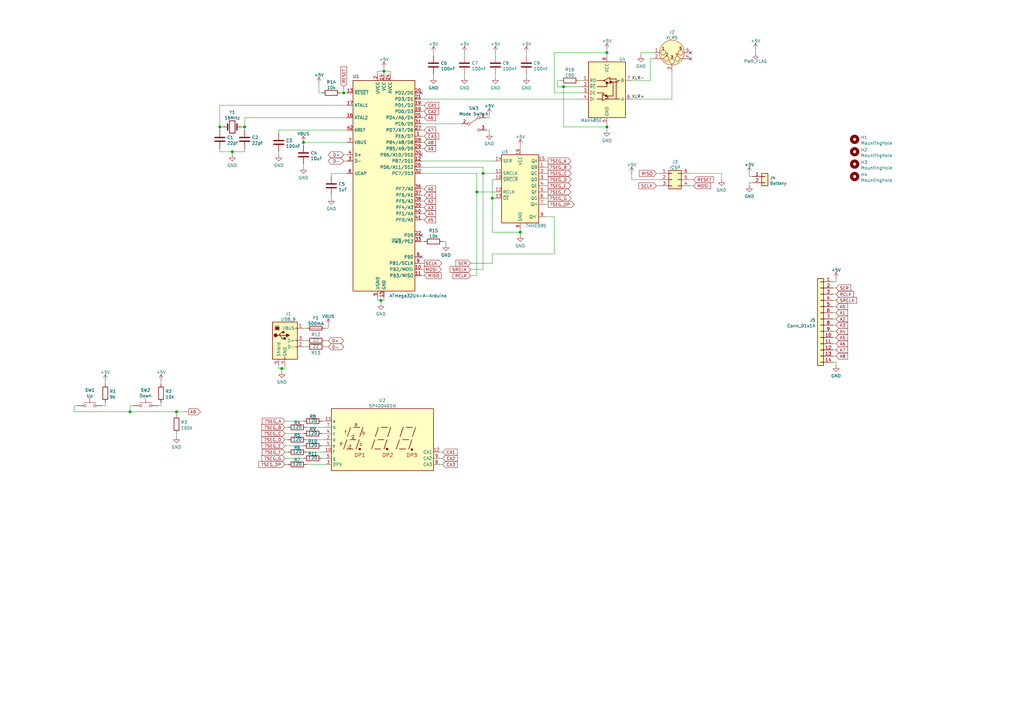
<source format=kicad_sch>
(kicad_sch (version 20210406) (generator eeschema)
  (paper "A3")
  (title_block (title "8 Channel DMX Controller Board 2") (rev "A") (comment 1 "Open source at GitHub: https://github.com/Gabriel-06/dmx-controller/") (comment 2 "Copyright 2021 Gabriel Csizmadia"))
  (lib_symbols
    (symbol "74xx:74HC595"
      (property "Reference" "U" (at -7.62 13.97 0))
      (property "Value" "74HC595" (at -7.62 -16.51 0))
      (symbol "74HC595_1_0"
        (pin tri_state line (at 10.16 7.62 180) (length 2.54) (name "QB") (number "1"))
        (pin input line (at -10.16 2.54 0) (length 2.54) (name "~SRCLR") (number "10"))
        (pin input line (at -10.16 5.08 0) (length 2.54) (name "SRCLK") (number "11"))
        (pin input line (at -10.16 -2.54 0) (length 2.54) (name "RCLK") (number "12"))
        (pin input line (at -10.16 -5.08 0) (length 2.54) (name "~OE") (number "13"))
        (pin input line (at -10.16 10.16 0) (length 2.54) (name "SER") (number "14"))
        (pin tri_state line (at 10.16 10.16 180) (length 2.54) (name "QA") (number "15"))
        (pin power_in line (at 0 15.24 270) (length 2.54) (name "VCC") (number "16"))
        (pin tri_state line (at 10.16 5.08 180) (length 2.54) (name "QC") (number "2"))
        (pin tri_state line (at 10.16 2.54 180) (length 2.54) (name "QD") (number "3"))
        (pin tri_state line (at 10.16 0 180) (length 2.54) (name "QE") (number "4"))
        (pin tri_state line (at 10.16 -2.54 180) (length 2.54) (name "QF") (number "5"))
        (pin tri_state line (at 10.16 -5.08 180) (length 2.54) (name "QG") (number "6"))
        (pin tri_state line (at 10.16 -7.62 180) (length 2.54) (name "QH") (number "7"))
        (pin power_in line (at 0 -17.78 90) (length 2.54) (name "GND") (number "8"))
        (pin output line (at 10.16 -12.7 180) (length 2.54) (name "QH'") (number "9"))
      )
    )
    (symbol "Connector:USB_B" (pin_names (offset 1.016))
      (property "Reference" "J" (at -5.08 11.43 0))
      (property "Value" "USB_B" (at -5.08 8.89 0))
      (symbol "USB_B_1_1"
        (pin power_out line (at 7.62 5.08 180) (length 2.54) (name "VBUS") (number "1"))
        (pin bidirectional line (at 7.62 -2.54 180) (length 2.54) (name "D-") (number "2"))
        (pin bidirectional line (at 7.62 0 180) (length 2.54) (name "D+") (number "3"))
        (pin power_out line (at 0 -10.16 90) (length 2.54) (name "GND") (number "4"))
        (pin passive line (at -2.54 -10.16 90) (length 2.54) (name "Shield") (number "5"))
      )
    )
    (symbol "Connector:XLR5" (pin_names hide)
      (property "Reference" "J" (at 0 8.89 0))
      (property "Value" "XLR5" (at 0 6.35 0))
      (symbol "XLR5_0_1"
        (text "1" (at -3.556 1.778 0) (effects (font (size 1.016 1.016) bold)))
        (text "2" (at -2.032 -0.762 0) (effects (font (size 1.016 1.016) bold)))
        (text "3" (at 0 -1.778 0) (effects (font (size 1.016 1.016) bold)))
        (text "4" (at 2.032 -0.762 0) (effects (font (size 1.016 1.016) bold)))
        (text "5" (at 3.556 1.778 0) (effects (font (size 1.016 1.016) bold)))
      )
      (symbol "XLR5_1_1"
        (pin passive line (at -7.62 0 0) (length 2.54) (name "P1") (number "1"))
        (pin passive line (at -7.62 -2.54 0) (length 2.54) (name "P2") (number "2"))
        (pin passive line (at 0 -7.62 90) (length 2.54) (name "P3") (number "3"))
        (pin passive line (at 7.62 -2.54 180) (length 2.54) (name "P3") (number "4"))
        (pin passive line (at 7.62 0 180) (length 2.54) (name "P5") (number "5"))
      )
    )
    (symbol "Connector_Generic:Conn_01x02" (pin_names (offset 1.016) hide)
      (property "Reference" "J" (at 0 2.54 0))
      (property "Value" "Conn_01x02" (at 0 -5.08 0))
      (symbol "Conn_01x02_1_1"
        (pin passive line (at -5.08 0 0) (length 3.81) (name "Pin_1") (number "1"))
        (pin passive line (at -5.08 -2.54 0) (length 3.81) (name "Pin_2") (number "2"))
      )
    )
    (symbol "Connector_Generic:Conn_01x14" (pin_names (offset 1.016) hide)
      (property "Reference" "J" (at 0 17.78 0))
      (property "Value" "Conn_01x14" (at 0 -20.32 0))
      (symbol "Conn_01x14_1_1"
        (pin passive line (at -5.08 15.24 0) (length 3.81) (name "Pin_1") (number "1"))
        (pin passive line (at -5.08 -7.62 0) (length 3.81) (name "Pin_10") (number "10"))
        (pin passive line (at -5.08 -10.16 0) (length 3.81) (name "Pin_11") (number "11"))
        (pin passive line (at -5.08 -12.7 0) (length 3.81) (name "Pin_12") (number "12"))
        (pin passive line (at -5.08 -15.24 0) (length 3.81) (name "Pin_13") (number "13"))
        (pin passive line (at -5.08 -17.78 0) (length 3.81) (name "Pin_14") (number "14"))
        (pin passive line (at -5.08 12.7 0) (length 3.81) (name "Pin_2") (number "2"))
        (pin passive line (at -5.08 10.16 0) (length 3.81) (name "Pin_3") (number "3"))
        (pin passive line (at -5.08 7.62 0) (length 3.81) (name "Pin_4") (number "4"))
        (pin passive line (at -5.08 5.08 0) (length 3.81) (name "Pin_5") (number "5"))
        (pin passive line (at -5.08 2.54 0) (length 3.81) (name "Pin_6") (number "6"))
        (pin passive line (at -5.08 0 0) (length 3.81) (name "Pin_7") (number "7"))
        (pin passive line (at -5.08 -2.54 0) (length 3.81) (name "Pin_8") (number "8"))
        (pin passive line (at -5.08 -5.08 0) (length 3.81) (name "Pin_9") (number "9"))
      )
    )
    (symbol "Connector_Generic:Conn_02x03_Counter_Clockwise" (pin_names (offset 1.016) hide)
      (property "Reference" "J" (at 1.27 5.08 0))
      (property "Value" "Conn_02x03_Counter_Clockwise" (at 1.27 -5.08 0))
      (symbol "Conn_02x03_Counter_Clockwise_1_1"
        (pin passive line (at -5.08 2.54 0) (length 3.81) (name "Pin_1") (number "1"))
        (pin passive line (at -5.08 0 0) (length 3.81) (name "Pin_2") (number "2"))
        (pin passive line (at -5.08 -2.54 0) (length 3.81) (name "Pin_3") (number "3"))
        (pin passive line (at 7.62 -2.54 180) (length 3.81) (name "Pin_4") (number "4"))
        (pin passive line (at 7.62 0 180) (length 3.81) (name "Pin_5") (number "5"))
        (pin passive line (at 7.62 2.54 180) (length 3.81) (name "Pin_6") (number "6"))
      )
    )
    (symbol "Device:C" (pin_numbers hide) (pin_names (offset 0.254))
      (property "Reference" "C" (at 0.635 2.54 0))
      (property "Value" "C" (at 0.635 -2.54 0))
      (symbol "C_1_1"
        (pin passive line (at 0 3.81 270) (length 2.794) (name "~") (number "1"))
        (pin passive line (at 0 -3.81 90) (length 2.794) (name "~") (number "2"))
      )
    )
    (symbol "Device:Crystal" (pin_numbers hide) (pin_names (offset 1.016) hide)
      (property "Reference" "Y" (at 0 3.81 0))
      (property "Value" "Crystal" (at 0 -3.81 0))
      (symbol "Crystal_1_1"
        (pin passive line (at -3.81 0 0) (length 1.27) (name "1") (number "1"))
        (pin passive line (at 3.81 0 180) (length 1.27) (name "2") (number "2"))
      )
    )
    (symbol "Device:Fuse" (pin_numbers hide) (pin_names (offset 0))
      (property "Reference" "F" (at 2.032 0 90))
      (property "Value" "Fuse" (at -1.905 0 90))
      (symbol "Fuse_1_1"
        (pin passive line (at 0 3.81 270) (length 1.27) (name "~") (number "1"))
        (pin passive line (at 0 -3.81 90) (length 1.27) (name "~") (number "2"))
      )
    )
    (symbol "Device:R" (pin_numbers hide) (pin_names (offset 0))
      (property "Reference" "R" (at 2.032 0 90))
      (property "Value" "R" (at 0 0 90))
      (symbol "R_1_1"
        (pin passive line (at 0 3.81 270) (length 1.27) (name "~") (number "1"))
        (pin passive line (at 0 -3.81 90) (length 1.27) (name "~") (number "2"))
      )
    )
    (symbol "Display_Character:SP420401N"
      (property "Reference" "U" (at -24.13 13.97 0))
      (property "Value" "SP420401N" (at 17.78 13.97 0))
      (symbol "SP420401N_0_0"
        (text "a" (at -15.24 6.35 0) (effects (font (size 1.524 1.524))))
        (text "b" (at -12.192 2.794 0) (effects (font (size 1.524 1.524))))
        (text "c" (at -13.208 -1.778 0) (effects (font (size 1.524 1.524))))
        (text "d" (at -17.78 -2.794 0) (effects (font (size 1.524 1.524))))
        (text "DP1" (at -13.716 -6.35 0) (effects (font (size 1.524 1.524))))
        (text "DP2" (at -2.286 -6.35 0) (effects (font (size 1.524 1.524))))
        (text "DP3" (at 7.62 -6.35 0) (effects (font (size 1.524 1.524))))
        (text "e" (at -21.336 -1.524 0) (effects (font (size 1.524 1.524))))
        (text "f" (at -19.558 3.048 0) (effects (font (size 1.524 1.524))))
        (text "g" (at -16.51 1.524 0) (effects (font (size 1.524 1.524))))
      )
      (symbol "SP420401N_1_1"
        (pin input line (at -27.94 -2.54 0) (length 2.54) (name "e") (number "1"))
        (pin input line (at -27.94 -5.08 0) (length 2.54) (name "f") (number "10"))
        (pin input line (at -27.94 7.62 0) (length 2.54) (name "a") (number "11"))
        (pin input line (at 19.05 -5.08 180) (length 2.54) (name "CA1") (number "12"))
        (pin input line (at -27.94 0 0) (length 2.54) (name "d") (number "2"))
        (pin input line (at -27.94 -10.16 0) (length 2.54) (name "DPX") (number "3"))
        (pin input line (at -27.94 2.54 0) (length 2.54) (name "c") (number "4"))
        (pin input line (at -27.94 -7.62 0) (length 2.54) (name "g") (number "5"))
        (pin input line (at -27.94 5.08 0) (length 2.54) (name "b") (number "7"))
        (pin input line (at 19.05 -10.16 180) (length 2.54) (name "CA3") (number "8"))
        (pin input line (at 19.05 -7.62 180) (length 2.54) (name "CA2") (number "9"))
      )
    )
    (symbol "Interface_UART:MAX485E"
      (property "Reference" "U" (at -6.096 11.43 0))
      (property "Value" "MAX485E" (at 0.762 11.43 0))
      (symbol "MAX485E_1_1"
        (pin output line (at -10.16 2.54 0) (length 2.54) (name "RO") (number "1"))
        (pin input line (at -10.16 0 0) (length 2.54) (name "~RE") (number "2"))
        (pin input line (at -10.16 -2.54 0) (length 2.54) (name "DE") (number "3"))
        (pin input line (at -10.16 -5.08 0) (length 2.54) (name "DI") (number "4"))
        (pin power_in line (at 0 -15.24 90) (length 2.54) (name "GND") (number "5"))
        (pin bidirectional line (at 10.16 -5.08 180) (length 2.54) (name "A") (number "6"))
        (pin bidirectional line (at 10.16 2.54 180) (length 2.54) (name "B") (number "7"))
        (pin power_in line (at 0 12.7 270) (length 2.54) (name "VCC") (number "8"))
      )
    )
    (symbol "MCU_Microchip_ATmega:ATmega32U4-A-Arduino"
      (property "Reference" "U" (at -12.7 44.45 0))
      (property "Value" "ATmega32U4-A-Arduino" (at 2.54 -44.45 0))
      (symbol "ATmega32U4-A-Arduino_1_1"
        (pin bidirectional line (at 15.24 20.32 180) (length 2.54) (name "PE6/D7") (number "1"))
        (pin bidirectional line (at 15.24 -34.29 180) (length 2.54) (name "PB2/MOSI") (number "10"))
        (pin bidirectional line (at 15.24 -36.83 180) (length 2.54) (name "PB3/MISO") (number "11"))
        (pin bidirectional line (at 15.24 10.16 180) (length 2.54) (name "PB7/D11") (number "12"))
        (pin input line (at -15.24 38.1 0) (length 2.54) (name "~RESET") (number "13"))
        (pin power_in line (at 0 45.72 270) (length 2.54) (name "VCC") (number "14"))
        (pin power_in line (at 0 -45.72 90) (length 2.54) (name "GND") (number "15"))
        (pin output line (at -15.24 27.94 0) (length 2.54) (name "XTAL2") (number "16"))
        (pin input line (at -15.24 33.02 0) (length 2.54) (name "XTAL1") (number "17"))
        (pin bidirectional line (at 15.24 30.48 180) (length 2.54) (name "PD0/D3") (number "18"))
        (pin bidirectional line (at 15.24 33.02 180) (length 2.54) (name "PD1/D2") (number "19"))
        (pin power_in line (at -2.54 45.72 270) (length 2.54) (name "UVCC") (number "2"))
        (pin bidirectional line (at 15.24 38.1 180) (length 2.54) (name "PD2/D0") (number "20"))
        (pin bidirectional line (at 15.24 35.56 180) (length 2.54) (name "PD3/D1") (number "21"))
        (pin bidirectional line (at 15.24 -20.32 180) (length 2.54) (name "PD5") (number "22"))
        (pin passive line (at 0 -45.72 90) (length 2.54) hide (name "GND") (number "23"))
        (pin power_in line (at 2.54 45.72 270) (length 2.54) (name "AVCC") (number "24"))
        (pin bidirectional line (at 15.24 27.94 180) (length 2.54) (name "PD4/A6/D4") (number "25"))
        (pin bidirectional line (at 15.24 7.62 180) (length 2.54) (name "PD6/A11/D12") (number "26"))
        (pin bidirectional line (at 15.24 22.86 180) (length 2.54) (name "PD7/A7/D6") (number "27"))
        (pin bidirectional line (at 15.24 17.78 180) (length 2.54) (name "PB4/A8/D8") (number "28"))
        (pin bidirectional line (at 15.24 15.24 180) (length 2.54) (name "PB5/A9/D9") (number "29"))
        (pin bidirectional line (at -15.24 10.16 0) (length 2.54) (name "D-") (number "3"))
        (pin bidirectional line (at 15.24 12.7 180) (length 2.54) (name "PB6/A10/D10") (number "30"))
        (pin bidirectional line (at 15.24 25.4 180) (length 2.54) (name "PC6/D5") (number "31"))
        (pin bidirectional line (at 15.24 5.08 180) (length 2.54) (name "PC7/D13") (number "32"))
        (pin bidirectional line (at 15.24 -22.86 180) (length 2.54) (name "~HWB~/PE2") (number "33"))
        (pin passive line (at 0 45.72 270) (length 2.54) hide (name "VCC") (number "34"))
        (pin passive line (at 0 -45.72 90) (length 2.54) hide (name "GND") (number "35"))
        (pin bidirectional line (at 15.24 -1.27 180) (length 2.54) (name "PF7/A0") (number "36"))
        (pin bidirectional line (at 15.24 -3.81 180) (length 2.54) (name "PF6/A1") (number "37"))
        (pin bidirectional line (at 15.24 -6.35 180) (length 2.54) (name "PF5/A2") (number "38"))
        (pin bidirectional line (at 15.24 -8.89 180) (length 2.54) (name "PF4/A3") (number "39"))
        (pin bidirectional line (at -15.24 12.7 0) (length 2.54) (name "D+") (number "4"))
        (pin bidirectional line (at 15.24 -11.43 180) (length 2.54) (name "PF1/A4") (number "40"))
        (pin bidirectional line (at 15.24 -13.97 180) (length 2.54) (name "PF0/A5") (number "41"))
        (pin passive line (at -15.24 22.86 0) (length 2.54) (name "AREF") (number "42"))
        (pin passive line (at 0 -45.72 90) (length 2.54) hide (name "GND") (number "43"))
        (pin passive line (at 2.54 45.72 270) (length 2.54) hide (name "AVCC") (number "44"))
        (pin passive line (at -2.54 -45.72 90) (length 2.54) (name "UGND") (number "5"))
        (pin passive line (at -15.24 5.08 0) (length 2.54) (name "UCAP") (number "6"))
        (pin input line (at -15.24 17.78 0) (length 2.54) (name "VBUS") (number "7"))
        (pin bidirectional line (at 15.24 -29.21 180) (length 2.54) (name "PB0") (number "8"))
        (pin bidirectional line (at 15.24 -31.75 180) (length 2.54) (name "PB1/SCLK") (number "9"))
      )
    )
    (symbol "Mechanical:MountingHole" (pin_names (offset 1.016))
      (property "Reference" "H" (at 0 5.08 0))
      (property "Value" "MountingHole" (at 0 3.175 0))
    )
    (symbol "Switch:SW_Push" (pin_numbers hide) (pin_names (offset 1.016) hide)
      (property "Reference" "SW" (at 1.27 2.54 0))
      (property "Value" "SW_Push" (at 0 -1.524 0))
      (symbol "SW_Push_0_1"
        (pin passive line (at -5.08 0 0) (length 2.54) (name "1") (number "1"))
        (pin passive line (at 5.08 0 180) (length 2.54) (name "2") (number "2"))
      )
    )
    (symbol "Switch:SW_SPDT" (pin_names (offset 0) hide)
      (property "Reference" "SW" (at 0 4.318 0))
      (property "Value" "SW_SPDT" (at 0 -5.08 0))
      (symbol "SW_SPDT_1_1"
        (pin passive line (at 5.08 2.54 180) (length 2.54) (name "A") (number "1"))
        (pin passive line (at -5.08 0 0) (length 2.54) (name "B") (number "2"))
        (pin passive line (at 5.08 -2.54 180) (length 2.54) (name "C") (number "3"))
      )
    )
    (symbol "power:+5V" (power) (pin_names (offset 0))
      (property "Value" "+5V" (at 0 3.556 0))
      (symbol "+5V_1_1"
        (pin power_in line (at 0 0 90) (length 0) hide (name "+5V") (number "1"))
      )
    )
    (symbol "power:GND" (power) (pin_names (offset 0))
      (property "Value" "GND" (at 0 -3.81 0))
      (symbol "GND_1_1"
        (pin power_in line (at 0 0 270) (length 0) hide (name "GND") (number "1"))
      )
    )
    (symbol "power:PWR_FLAG" (power) (pin_numbers hide) (pin_names (offset 0) hide)
      (property "Value" "PWR_FLAG" (at 0 3.81 0))
      (symbol "PWR_FLAG_0_0"
        (pin power_out line (at 0 0 90) (length 0) (name "pwr") (number "1"))
      )
    )
    (symbol "power:VBUS" (power) (pin_names (offset 0))
      (property "Value" "VBUS" (at 0 3.81 0))
      (symbol "VBUS_1_1"
        (pin power_in line (at 0 0 90) (length 0) hide (name "VBUS") (number "1"))
      )
    )
  )
  (junction (at 53.34 168.91) (diameter 1.016))
  (junction (at 72.39 168.91) (diameter 1.016))
  (junction (at 90.17 52.07) (diameter 1.016))
  (junction (at 95.25 62.23) (diameter 1.016))
  (junction (at 100.33 52.07) (diameter 1.016))
  (junction (at 115.57 151.13) (diameter 1.016))
  (junction (at 124.46 58.42) (diameter 1.016))
  (junction (at 140.97 38.1) (diameter 1.016))
  (junction (at 156.21 123.19) (diameter 1.016))
  (junction (at 157.48 29.21) (diameter 1.016))
  (junction (at 195.58 78.74) (diameter 1.016))
  (junction (at 198.12 71.12) (diameter 1.016))
  (junction (at 201.93 81.28) (diameter 1.016))
  (junction (at 213.36 95.25) (diameter 1.016))
  (junction (at 231.14 35.56) (diameter 1.016))
  (junction (at 248.92 21.59) (diameter 1.016))
  (junction (at 248.92 52.07) (diameter 1.016))
  (no_connect (at 172.72 38.1))
  (no_connect (at 172.72 63.5))
  (no_connect (at 172.72 96.52))
  (no_connect (at 172.72 105.41))
  (no_connect (at 283.21 21.59))
  (no_connect (at 283.21 24.13))
  (wire (pts (xy 30.48 166.37) (xy 30.48 168.91)))
  (wire (pts (xy 30.48 166.37) (xy 31.75 166.37)))
  (wire (pts (xy 30.48 168.91) (xy 53.34 168.91)))
  (wire (pts (xy 43.18 156.21) (xy 43.18 157.48)))
  (wire (pts (xy 43.18 165.1) (xy 43.18 166.37)))
  (wire (pts (xy 43.18 166.37) (xy 41.91 166.37)))
  (wire (pts (xy 53.34 166.37) (xy 53.34 168.91)))
  (wire (pts (xy 53.34 166.37) (xy 54.61 166.37)))
  (wire (pts (xy 53.34 168.91) (xy 72.39 168.91)))
  (wire (pts (xy 64.77 166.37) (xy 66.04 166.37)))
  (wire (pts (xy 66.04 156.21) (xy 66.04 157.48)))
  (wire (pts (xy 66.04 166.37) (xy 66.04 165.1)))
  (wire (pts (xy 72.39 168.91) (xy 72.39 170.18)))
  (wire (pts (xy 72.39 168.91) (xy 77.47 168.91)))
  (wire (pts (xy 72.39 177.8) (xy 72.39 179.07)))
  (wire (pts (xy 90.17 43.18) (xy 90.17 52.07)))
  (wire (pts (xy 90.17 43.18) (xy 142.24 43.18)))
  (wire (pts (xy 90.17 52.07) (xy 90.17 53.34)))
  (wire (pts (xy 90.17 60.96) (xy 90.17 62.23)))
  (wire (pts (xy 91.44 52.07) (xy 90.17 52.07)))
  (wire (pts (xy 95.25 62.23) (xy 90.17 62.23)))
  (wire (pts (xy 95.25 62.23) (xy 95.25 63.5)))
  (wire (pts (xy 99.06 52.07) (xy 100.33 52.07)))
  (wire (pts (xy 100.33 48.26) (xy 100.33 52.07)))
  (wire (pts (xy 100.33 48.26) (xy 142.24 48.26)))
  (wire (pts (xy 100.33 53.34) (xy 100.33 52.07)))
  (wire (pts (xy 100.33 60.96) (xy 100.33 62.23)))
  (wire (pts (xy 100.33 62.23) (xy 95.25 62.23)))
  (wire (pts (xy 114.3 53.34) (xy 142.24 53.34)))
  (wire (pts (xy 114.3 54.61) (xy 114.3 53.34)))
  (wire (pts (xy 114.3 62.23) (xy 114.3 63.5)))
  (wire (pts (xy 114.3 149.86) (xy 114.3 151.13)))
  (wire (pts (xy 115.57 151.13) (xy 114.3 151.13)))
  (wire (pts (xy 115.57 151.13) (xy 115.57 152.4)))
  (wire (pts (xy 116.84 149.86) (xy 116.84 151.13)))
  (wire (pts (xy 116.84 151.13) (xy 115.57 151.13)))
  (wire (pts (xy 116.84 172.72) (xy 124.46 172.72)))
  (wire (pts (xy 116.84 175.26) (xy 118.11 175.26)))
  (wire (pts (xy 116.84 177.8) (xy 124.46 177.8)))
  (wire (pts (xy 116.84 180.34) (xy 118.11 180.34)))
  (wire (pts (xy 116.84 182.88) (xy 124.46 182.88)))
  (wire (pts (xy 116.84 185.42) (xy 118.11 185.42)))
  (wire (pts (xy 116.84 187.96) (xy 124.46 187.96)))
  (wire (pts (xy 116.84 190.5) (xy 118.11 190.5)))
  (wire (pts (xy 124.46 58.42) (xy 124.46 59.69)))
  (wire (pts (xy 124.46 67.31) (xy 124.46 68.58)))
  (wire (pts (xy 124.46 134.62) (xy 125.73 134.62)))
  (wire (pts (xy 124.46 139.7) (xy 125.73 139.7)))
  (wire (pts (xy 124.46 142.24) (xy 125.73 142.24)))
  (wire (pts (xy 125.73 175.26) (xy 133.35 175.26)))
  (wire (pts (xy 125.73 180.34) (xy 133.35 180.34)))
  (wire (pts (xy 125.73 185.42) (xy 133.35 185.42)))
  (wire (pts (xy 125.73 190.5) (xy 133.35 190.5)))
  (wire (pts (xy 130.81 38.1) (xy 130.81 34.29)))
  (wire (pts (xy 132.08 38.1) (xy 130.81 38.1)))
  (wire (pts (xy 132.08 172.72) (xy 133.35 172.72)))
  (wire (pts (xy 132.08 177.8) (xy 133.35 177.8)))
  (wire (pts (xy 132.08 182.88) (xy 133.35 182.88)))
  (wire (pts (xy 132.08 187.96) (xy 133.35 187.96)))
  (wire (pts (xy 133.35 134.62) (xy 134.62 134.62)))
  (wire (pts (xy 133.35 139.7) (xy 134.62 139.7)))
  (wire (pts (xy 133.35 142.24) (xy 134.62 142.24)))
  (wire (pts (xy 134.62 133.35) (xy 134.62 134.62)))
  (wire (pts (xy 135.89 71.12) (xy 142.24 71.12)))
  (wire (pts (xy 135.89 72.39) (xy 135.89 71.12)))
  (wire (pts (xy 135.89 80.01) (xy 135.89 81.28)))
  (wire (pts (xy 139.7 38.1) (xy 140.97 38.1)))
  (wire (pts (xy 140.97 35.56) (xy 140.97 38.1)))
  (wire (pts (xy 140.97 38.1) (xy 142.24 38.1)))
  (wire (pts (xy 140.97 63.5) (xy 142.24 63.5)))
  (wire (pts (xy 140.97 66.04) (xy 142.24 66.04)))
  (wire (pts (xy 142.24 58.42) (xy 124.46 58.42)))
  (wire (pts (xy 154.94 29.21) (xy 157.48 29.21)))
  (wire (pts (xy 154.94 30.48) (xy 154.94 29.21)))
  (wire (pts (xy 154.94 121.92) (xy 154.94 123.19)))
  (wire (pts (xy 154.94 123.19) (xy 156.21 123.19)))
  (wire (pts (xy 156.21 123.19) (xy 156.21 124.46)))
  (wire (pts (xy 156.21 123.19) (xy 157.48 123.19)))
  (wire (pts (xy 157.48 27.94) (xy 157.48 29.21)))
  (wire (pts (xy 157.48 29.21) (xy 157.48 30.48)))
  (wire (pts (xy 157.48 121.92) (xy 157.48 123.19)))
  (wire (pts (xy 160.02 29.21) (xy 157.48 29.21)))
  (wire (pts (xy 160.02 30.48) (xy 160.02 29.21)))
  (wire (pts (xy 172.72 40.64) (xy 238.76 40.64)))
  (wire (pts (xy 172.72 43.18) (xy 173.99 43.18)))
  (wire (pts (xy 172.72 45.72) (xy 173.99 45.72)))
  (wire (pts (xy 172.72 48.26) (xy 173.99 48.26)))
  (wire (pts (xy 172.72 50.8) (xy 189.23 50.8)))
  (wire (pts (xy 172.72 53.34) (xy 173.99 53.34)))
  (wire (pts (xy 172.72 55.88) (xy 173.99 55.88)))
  (wire (pts (xy 172.72 58.42) (xy 173.99 58.42)))
  (wire (pts (xy 172.72 60.96) (xy 173.99 60.96)))
  (wire (pts (xy 172.72 66.04) (xy 203.2 66.04)))
  (wire (pts (xy 172.72 68.58) (xy 198.12 68.58)))
  (wire (pts (xy 172.72 71.12) (xy 195.58 71.12)))
  (wire (pts (xy 172.72 77.47) (xy 173.99 77.47)))
  (wire (pts (xy 172.72 80.01) (xy 173.99 80.01)))
  (wire (pts (xy 172.72 82.55) (xy 173.99 82.55)))
  (wire (pts (xy 172.72 85.09) (xy 173.99 85.09)))
  (wire (pts (xy 172.72 87.63) (xy 173.99 87.63)))
  (wire (pts (xy 172.72 90.17) (xy 173.99 90.17)))
  (wire (pts (xy 172.72 99.06) (xy 173.99 99.06)))
  (wire (pts (xy 172.72 107.95) (xy 173.99 107.95)))
  (wire (pts (xy 172.72 110.49) (xy 173.99 110.49)))
  (wire (pts (xy 172.72 113.03) (xy 173.99 113.03)))
  (wire (pts (xy 177.8 21.59) (xy 177.8 22.86)))
  (wire (pts (xy 177.8 30.48) (xy 177.8 31.75)))
  (wire (pts (xy 180.34 185.42) (xy 181.61 185.42)))
  (wire (pts (xy 180.34 187.96) (xy 181.61 187.96)))
  (wire (pts (xy 180.34 190.5) (xy 181.61 190.5)))
  (wire (pts (xy 182.88 99.06) (xy 181.61 99.06)))
  (wire (pts (xy 182.88 100.33) (xy 182.88 99.06)))
  (wire (pts (xy 190.5 21.59) (xy 190.5 22.86)))
  (wire (pts (xy 190.5 30.48) (xy 190.5 31.75)))
  (wire (pts (xy 193.04 107.95) (xy 201.93 107.95)))
  (wire (pts (xy 193.04 110.49) (xy 198.12 110.49)))
  (wire (pts (xy 193.04 113.03) (xy 195.58 113.03)))
  (wire (pts (xy 195.58 71.12) (xy 195.58 78.74)))
  (wire (pts (xy 195.58 78.74) (xy 203.2 78.74)))
  (wire (pts (xy 195.58 113.03) (xy 195.58 78.74)))
  (wire (pts (xy 198.12 68.58) (xy 198.12 71.12)))
  (wire (pts (xy 198.12 71.12) (xy 203.2 71.12)))
  (wire (pts (xy 198.12 110.49) (xy 198.12 71.12)))
  (wire (pts (xy 199.39 48.26) (xy 200.66 48.26)))
  (wire (pts (xy 199.39 53.34) (xy 200.66 53.34)))
  (wire (pts (xy 200.66 46.99) (xy 200.66 48.26)))
  (wire (pts (xy 200.66 53.34) (xy 200.66 54.61)))
  (wire (pts (xy 201.93 73.66) (xy 201.93 81.28)))
  (wire (pts (xy 201.93 81.28) (xy 201.93 95.25)))
  (wire (pts (xy 201.93 95.25) (xy 213.36 95.25)))
  (wire (pts (xy 201.93 104.14) (xy 201.93 107.95)))
  (wire (pts (xy 203.2 21.59) (xy 203.2 22.86)))
  (wire (pts (xy 203.2 30.48) (xy 203.2 31.75)))
  (wire (pts (xy 203.2 73.66) (xy 201.93 73.66)))
  (wire (pts (xy 203.2 81.28) (xy 201.93 81.28)))
  (wire (pts (xy 213.36 59.69) (xy 213.36 60.96)))
  (wire (pts (xy 213.36 93.98) (xy 213.36 95.25)))
  (wire (pts (xy 213.36 95.25) (xy 213.36 96.52)))
  (wire (pts (xy 215.9 21.59) (xy 215.9 22.86)))
  (wire (pts (xy 215.9 30.48) (xy 215.9 31.75)))
  (wire (pts (xy 223.52 66.04) (xy 224.79 66.04)))
  (wire (pts (xy 223.52 68.58) (xy 224.79 68.58)))
  (wire (pts (xy 223.52 71.12) (xy 224.79 71.12)))
  (wire (pts (xy 223.52 73.66) (xy 224.79 73.66)))
  (wire (pts (xy 223.52 76.2) (xy 224.79 76.2)))
  (wire (pts (xy 223.52 78.74) (xy 224.79 78.74)))
  (wire (pts (xy 223.52 81.28) (xy 224.79 81.28)))
  (wire (pts (xy 223.52 83.82) (xy 224.79 83.82)))
  (wire (pts (xy 223.52 88.9) (xy 227.33 88.9)))
  (wire (pts (xy 227.33 38.1) (xy 227.33 21.59)))
  (wire (pts (xy 227.33 88.9) (xy 227.33 104.14)))
  (wire (pts (xy 227.33 104.14) (xy 201.93 104.14)))
  (wire (pts (xy 228.6 33.02) (xy 228.6 35.56)))
  (wire (pts (xy 229.87 33.02) (xy 228.6 33.02)))
  (wire (pts (xy 231.14 35.56) (xy 228.6 35.56)))
  (wire (pts (xy 231.14 35.56) (xy 231.14 52.07)))
  (wire (pts (xy 231.14 52.07) (xy 248.92 52.07)))
  (wire (pts (xy 238.76 33.02) (xy 237.49 33.02)))
  (wire (pts (xy 238.76 35.56) (xy 231.14 35.56)))
  (wire (pts (xy 238.76 38.1) (xy 227.33 38.1)))
  (wire (pts (xy 248.92 20.32) (xy 248.92 21.59)))
  (wire (pts (xy 248.92 21.59) (xy 227.33 21.59)))
  (wire (pts (xy 248.92 21.59) (xy 248.92 22.86)))
  (wire (pts (xy 248.92 50.8) (xy 248.92 52.07)))
  (wire (pts (xy 248.92 52.07) (xy 248.92 53.34)))
  (wire (pts (xy 259.08 73.66) (xy 259.08 71.12)))
  (wire (pts (xy 259.08 73.66) (xy 270.51 73.66)))
  (wire (pts (xy 262.89 21.59) (xy 262.89 22.86)))
  (wire (pts (xy 266.7 24.13) (xy 266.7 33.02)))
  (wire (pts (xy 266.7 24.13) (xy 267.97 24.13)))
  (wire (pts (xy 266.7 33.02) (xy 259.08 33.02)))
  (wire (pts (xy 267.97 21.59) (xy 262.89 21.59)))
  (wire (pts (xy 269.24 71.12) (xy 270.51 71.12)))
  (wire (pts (xy 269.24 76.2) (xy 270.51 76.2)))
  (wire (pts (xy 275.59 29.21) (xy 275.59 40.64)))
  (wire (pts (xy 275.59 40.64) (xy 259.08 40.64)))
  (wire (pts (xy 283.21 71.12) (xy 295.91 71.12)))
  (wire (pts (xy 283.21 73.66) (xy 284.48 73.66)))
  (wire (pts (xy 284.48 76.2) (xy 283.21 76.2)))
  (wire (pts (xy 295.91 73.66) (xy 295.91 71.12)))
  (wire (pts (xy 307.34 72.39) (xy 307.34 71.12)))
  (wire (pts (xy 307.34 74.93) (xy 308.61 74.93)))
  (wire (pts (xy 307.34 76.2) (xy 307.34 74.93)))
  (wire (pts (xy 308.61 72.39) (xy 307.34 72.39)))
  (wire (pts (xy 309.88 20.32) (xy 309.88 21.59)))
  (wire (pts (xy 341.63 125.73) (xy 342.9 125.73)))
  (wire (pts (xy 341.63 128.27) (xy 342.9 128.27)))
  (wire (pts (xy 341.63 130.81) (xy 342.9 130.81)))
  (wire (pts (xy 341.63 133.35) (xy 342.9 133.35)))
  (wire (pts (xy 341.63 135.89) (xy 342.9 135.89)))
  (wire (pts (xy 341.63 138.43) (xy 342.9 138.43)))
  (wire (pts (xy 342.9 114.3) (xy 342.9 115.57)))
  (wire (pts (xy 342.9 115.57) (xy 341.63 115.57)))
  (wire (pts (xy 342.9 118.11) (xy 341.63 118.11)))
  (wire (pts (xy 342.9 120.65) (xy 341.63 120.65)))
  (wire (pts (xy 342.9 123.19) (xy 341.63 123.19)))
  (wire (pts (xy 342.9 140.97) (xy 341.63 140.97)))
  (wire (pts (xy 342.9 143.51) (xy 341.63 143.51)))
  (wire (pts (xy 342.9 146.05) (xy 341.63 146.05)))
  (wire (pts (xy 342.9 148.59) (xy 341.63 148.59)))
  (wire (pts (xy 342.9 149.86) (xy 342.9 148.59)))
  (label "XLR-" (at 259.08 33.02 0))
  (label "XLR+" (at 259.08 40.64 0))
  (global_label "A9" (shape output) (at 77.47 168.91 0) (property "Intersheet References" "${INTERSHEET_REFS}" (effects hide)))
  (global_label "7SEG_A" (shape input) (at 116.84 172.72 180) (property "Intersheet References" "${INTERSHEET_REFS}" (effects hide)))
  (global_label "7SEG_B" (shape input) (at 116.84 175.26 180) (property "Intersheet References" "${INTERSHEET_REFS}" (effects hide)))
  (global_label "7SEG_C" (shape input) (at 116.84 177.8 180) (property "Intersheet References" "${INTERSHEET_REFS}" (effects hide)))
  (global_label "7SEG_D" (shape input) (at 116.84 180.34 180) (property "Intersheet References" "${INTERSHEET_REFS}" (effects hide)))
  (global_label "7SEG_E" (shape input) (at 116.84 182.88 180) (property "Intersheet References" "${INTERSHEET_REFS}" (effects hide)))
  (global_label "7SEG_F" (shape input) (at 116.84 185.42 180) (property "Intersheet References" "${INTERSHEET_REFS}" (effects hide)))
  (global_label "7SEG_G" (shape input) (at 116.84 187.96 180) (property "Intersheet References" "${INTERSHEET_REFS}" (effects hide)))
  (global_label "7SEG_DP" (shape input) (at 116.84 190.5 180) (property "Intersheet References" "${INTERSHEET_REFS}" (effects hide)))
  (global_label "D+" (shape bidirectional) (at 134.62 139.7 0) (property "Intersheet References" "${INTERSHEET_REFS}" (effects hide)))
  (global_label "D-" (shape bidirectional) (at 134.62 142.24 0) (property "Intersheet References" "${INTERSHEET_REFS}" (effects hide)))
  (global_label "RESET" (shape input) (at 140.97 35.56 90) (property "Intersheet References" "${INTERSHEET_REFS}" (effects hide)))
  (global_label "D+" (shape bidirectional) (at 140.97 63.5 180) (property "Intersheet References" "${INTERSHEET_REFS}" (effects hide)))
  (global_label "D-" (shape bidirectional) (at 140.97 66.04 180) (property "Intersheet References" "${INTERSHEET_REFS}" (effects hide)))
  (global_label "CA1" (shape input) (at 173.99 43.18 0) (property "Intersheet References" "${INTERSHEET_REFS}" (effects hide)))
  (global_label "CA2" (shape input) (at 173.99 45.72 0) (property "Intersheet References" "${INTERSHEET_REFS}" (effects hide)))
  (global_label "A6" (shape input) (at 173.99 48.26 0) (property "Intersheet References" "${INTERSHEET_REFS}" (effects hide)))
  (global_label "A7" (shape input) (at 173.99 53.34 0) (property "Intersheet References" "${INTERSHEET_REFS}" (effects hide)))
  (global_label "CA3" (shape input) (at 173.99 55.88 0) (property "Intersheet References" "${INTERSHEET_REFS}" (effects hide)))
  (global_label "A8" (shape input) (at 173.99 58.42 0) (property "Intersheet References" "${INTERSHEET_REFS}" (effects hide)))
  (global_label "A9" (shape input) (at 173.99 60.96 0) (property "Intersheet References" "${INTERSHEET_REFS}" (effects hide)))
  (global_label "A0" (shape input) (at 173.99 77.47 0) (property "Intersheet References" "${INTERSHEET_REFS}" (effects hide)))
  (global_label "A1" (shape input) (at 173.99 80.01 0) (property "Intersheet References" "${INTERSHEET_REFS}" (effects hide)))
  (global_label "A2" (shape input) (at 173.99 82.55 0) (property "Intersheet References" "${INTERSHEET_REFS}" (effects hide)))
  (global_label "A3" (shape input) (at 173.99 85.09 0) (property "Intersheet References" "${INTERSHEET_REFS}" (effects hide)))
  (global_label "A4" (shape input) (at 173.99 87.63 0) (property "Intersheet References" "${INTERSHEET_REFS}" (effects hide)))
  (global_label "A5" (shape input) (at 173.99 90.17 0) (property "Intersheet References" "${INTERSHEET_REFS}" (effects hide)))
  (global_label "SCLK" (shape output) (at 173.99 107.95 0) (property "Intersheet References" "${INTERSHEET_REFS}" (effects hide)))
  (global_label "MOSI" (shape output) (at 173.99 110.49 0) (property "Intersheet References" "${INTERSHEET_REFS}" (effects hide)))
  (global_label "MISO" (shape input) (at 173.99 113.03 0) (property "Intersheet References" "${INTERSHEET_REFS}" (effects hide)))
  (global_label "CA1" (shape input) (at 181.61 185.42 0) (property "Intersheet References" "${INTERSHEET_REFS}" (effects hide)))
  (global_label "CA2" (shape input) (at 181.61 187.96 0) (property "Intersheet References" "${INTERSHEET_REFS}" (effects hide)))
  (global_label "CA3" (shape input) (at 181.61 190.5 0) (property "Intersheet References" "${INTERSHEET_REFS}" (effects hide)))
  (global_label "SER" (shape input) (at 193.04 107.95 180) (property "Intersheet References" "${INTERSHEET_REFS}" (effects hide)))
  (global_label "SRCLK" (shape input) (at 193.04 110.49 180) (property "Intersheet References" "${INTERSHEET_REFS}" (effects hide)))
  (global_label "RCLK" (shape input) (at 193.04 113.03 180) (property "Intersheet References" "${INTERSHEET_REFS}" (effects hide)))
  (global_label "7SEG_A" (shape output) (at 224.79 66.04 0) (property "Intersheet References" "${INTERSHEET_REFS}" (effects hide)))
  (global_label "7SEG_B" (shape output) (at 224.79 68.58 0) (property "Intersheet References" "${INTERSHEET_REFS}" (effects hide)))
  (global_label "7SEG_C" (shape output) (at 224.79 71.12 0) (property "Intersheet References" "${INTERSHEET_REFS}" (effects hide)))
  (global_label "7SEG_D" (shape output) (at 224.79 73.66 0) (property "Intersheet References" "${INTERSHEET_REFS}" (effects hide)))
  (global_label "7SEG_E" (shape output) (at 224.79 76.2 0) (property "Intersheet References" "${INTERSHEET_REFS}" (effects hide)))
  (global_label "7SEG_F" (shape output) (at 224.79 78.74 0) (property "Intersheet References" "${INTERSHEET_REFS}" (effects hide)))
  (global_label "7SEG_G" (shape output) (at 224.79 81.28 0) (property "Intersheet References" "${INTERSHEET_REFS}" (effects hide)))
  (global_label "7SEG_DP" (shape output) (at 224.79 83.82 0) (property "Intersheet References" "${INTERSHEET_REFS}" (effects hide)))
  (global_label "MISO" (shape input) (at 269.24 71.12 180) (property "Intersheet References" "${INTERSHEET_REFS}" (effects hide)))
  (global_label "SCLK" (shape input) (at 269.24 76.2 180) (property "Intersheet References" "${INTERSHEET_REFS}" (effects hide)))
  (global_label "RESET" (shape input) (at 284.48 73.66 0) (property "Intersheet References" "${INTERSHEET_REFS}" (effects hide)))
  (global_label "MOSI" (shape input) (at 284.48 76.2 0) (property "Intersheet References" "${INTERSHEET_REFS}" (effects hide)))
  (global_label "SER" (shape input) (at 342.9 118.11 0) (property "Intersheet References" "${INTERSHEET_REFS}" (effects hide)))
  (global_label "RCLK" (shape input) (at 342.9 120.65 0) (property "Intersheet References" "${INTERSHEET_REFS}" (effects hide)))
  (global_label "SRCLK" (shape input) (at 342.9 123.19 0) (property "Intersheet References" "${INTERSHEET_REFS}" (effects hide)))
  (global_label "A0" (shape input) (at 342.9 125.73 0) (property "Intersheet References" "${INTERSHEET_REFS}" (effects hide)))
  (global_label "A1" (shape input) (at 342.9 128.27 0) (property "Intersheet References" "${INTERSHEET_REFS}" (effects hide)))
  (global_label "A2" (shape input) (at 342.9 130.81 0) (property "Intersheet References" "${INTERSHEET_REFS}" (effects hide)))
  (global_label "A3" (shape input) (at 342.9 133.35 0) (property "Intersheet References" "${INTERSHEET_REFS}" (effects hide)))
  (global_label "A4" (shape input) (at 342.9 135.89 0) (property "Intersheet References" "${INTERSHEET_REFS}" (effects hide)))
  (global_label "A5" (shape input) (at 342.9 138.43 0) (property "Intersheet References" "${INTERSHEET_REFS}" (effects hide)))
  (global_label "A6" (shape input) (at 342.9 140.97 0) (property "Intersheet References" "${INTERSHEET_REFS}" (effects hide)))
  (global_label "A7" (shape input) (at 342.9 143.51 0) (property "Intersheet References" "${INTERSHEET_REFS}" (effects hide)))
  (global_label "A8" (shape input) (at 342.9 146.05 0) (property "Intersheet References" "${INTERSHEET_REFS}" (effects hide)))
  (symbol (lib_id "power:+5V") (at 43.18 156.21 0) (unit 1)
    (property "Reference" "#PWR01" (effects hide))
    (property "Value" "+5V" (at 43.18 152.6626 0))
  )
  (symbol (lib_id "power:+5V") (at 66.04 156.21 0) (unit 1)
    (property "Reference" "#PWR02" (effects hide))
    (property "Value" "+5V" (at 66.04 152.6626 0))
  )
  (symbol (lib_id "power:VBUS") (at 124.46 58.42 0) (unit 1)
    (property "Reference" "#PWR07" (effects hide))
    (property "Value" "VBUS" (at 124.46 54.8726 0))
  )
  (symbol (lib_id "power:+5V") (at 130.81 34.29 0) (unit 1)
    (property "Reference" "#PWR0101" (effects hide))
    (property "Value" "+5V" (at 130.81 30.7426 0))
  )
  (symbol (lib_id "power:VBUS") (at 134.62 133.35 0) (unit 1)
    (property "Reference" "#PWR010" (effects hide))
    (property "Value" "VBUS" (at 134.62 129.8026 0))
  )
  (symbol (lib_id "power:+5V") (at 157.48 27.94 0) (unit 1)
    (property "Reference" "#PWR013" (effects hide))
    (property "Value" "+5V" (at 157.48 24.3926 0))
  )
  (symbol (lib_id "power:+5V") (at 177.8 21.59 0) (unit 1)
    (property "Reference" "#PWR014" (effects hide))
    (property "Value" "+5V" (at 177.8 18.0426 0))
  )
  (symbol (lib_id "power:+5V") (at 190.5 21.59 0) (unit 1)
    (property "Reference" "#PWR017" (effects hide))
    (property "Value" "+5V" (at 190.5 18.0426 0))
  )
  (symbol (lib_id "power:+5V") (at 200.66 46.99 0) (unit 1)
    (property "Reference" "#PWR019" (effects hide))
    (property "Value" "+5V" (at 200.66 43.4426 0))
  )
  (symbol (lib_id "power:+5V") (at 203.2 21.59 0) (unit 1)
    (property "Reference" "#PWR021" (effects hide))
    (property "Value" "+5V" (at 203.2 18.0426 0))
  )
  (symbol (lib_id "power:+5V") (at 213.36 59.69 0) (unit 1)
    (property "Reference" "#PWR023" (effects hide))
    (property "Value" "+5V" (at 213.36 56.1426 0))
  )
  (symbol (lib_id "power:+5V") (at 215.9 21.59 0) (unit 1)
    (property "Reference" "#PWR025" (effects hide))
    (property "Value" "+5V" (at 215.9 18.0426 0))
  )
  (symbol (lib_id "power:+5V") (at 248.92 20.32 0) (mirror y) (unit 1)
    (property "Reference" "#PWR027" (effects hide))
    (property "Value" "+5V" (at 248.92 16.7726 0))
  )
  (symbol (lib_id "power:+5V") (at 259.08 71.12 0) (unit 1)
    (property "Reference" "#PWR030" (effects hide))
    (property "Value" "+5V" (at 259.08 67.5726 0))
  )
  (symbol (lib_id "power:+5V") (at 307.34 71.12 0) (unit 1)
    (property "Reference" "#PWR032" (effects hide))
    (property "Value" "+5V" (at 307.34 67.5726 0))
  )
  (symbol (lib_id "power:+5V") (at 309.88 20.32 0) (unit 1)
    (property "Reference" "#PWR034" (effects hide))
    (property "Value" "+5V" (at 309.88 16.7726 0))
  )
  (symbol (lib_id "power:+5V") (at 342.9 114.3 0) (mirror y) (unit 1)
    (property "Reference" "#PWR035" (effects hide))
    (property "Value" "+5V" (at 342.9 110.7526 0))
  )
  (symbol (lib_id "power:PWR_FLAG") (at 309.88 21.59 180) (unit 1)
    (property "Reference" "#FLG01" (effects hide))
    (property "Value" "PWR_FLAG" (at 309.88 25.1374 0))
  )
  (symbol (lib_id "power:GND") (at 72.39 179.07 0) (unit 1)
    (property "Reference" "#PWR03" (effects hide))
    (property "Value" "GND" (at 72.39 183.3944 0))
  )
  (symbol (lib_id "power:GND") (at 95.25 63.5 0) (unit 1)
    (property "Reference" "#PWR04" (effects hide))
    (property "Value" "GND" (at 95.25 67.8244 0))
  )
  (symbol (lib_id "power:GND") (at 114.3 63.5 0) (unit 1)
    (property "Reference" "#PWR05" (effects hide))
    (property "Value" "GND" (at 114.3 67.8244 0))
  )
  (symbol (lib_id "power:GND") (at 115.57 152.4 0) (unit 1)
    (property "Reference" "#PWR06" (effects hide))
    (property "Value" "GND" (at 115.57 156.7244 0))
  )
  (symbol (lib_id "power:GND") (at 124.46 68.58 0) (unit 1)
    (property "Reference" "#PWR08" (effects hide))
    (property "Value" "GND" (at 124.46 72.9044 0))
  )
  (symbol (lib_id "power:GND") (at 135.89 81.28 0) (unit 1)
    (property "Reference" "#PWR011" (effects hide))
    (property "Value" "GND" (at 135.89 85.6044 0))
  )
  (symbol (lib_id "power:GND") (at 156.21 124.46 0) (unit 1)
    (property "Reference" "#PWR012" (effects hide))
    (property "Value" "GND" (at 156.21 128.7844 0))
  )
  (symbol (lib_id "power:GND") (at 177.8 31.75 0) (unit 1)
    (property "Reference" "#PWR015" (effects hide))
    (property "Value" "GND" (at 177.8 36.0744 0))
  )
  (symbol (lib_id "power:GND") (at 182.88 100.33 0) (unit 1)
    (property "Reference" "#PWR016" (effects hide))
    (property "Value" "GND" (at 182.88 104.6544 0))
  )
  (symbol (lib_id "power:GND") (at 190.5 31.75 0) (unit 1)
    (property "Reference" "#PWR018" (effects hide))
    (property "Value" "GND" (at 190.5 36.0744 0))
  )
  (symbol (lib_id "power:GND") (at 200.66 54.61 0) (unit 1)
    (property "Reference" "#PWR020" (effects hide))
    (property "Value" "GND" (at 200.66 58.9344 0))
  )
  (symbol (lib_id "power:GND") (at 203.2 31.75 0) (unit 1)
    (property "Reference" "#PWR022" (effects hide))
    (property "Value" "GND" (at 203.2 36.0744 0))
  )
  (symbol (lib_id "power:GND") (at 213.36 96.52 0) (unit 1)
    (property "Reference" "#PWR024" (effects hide))
    (property "Value" "GND" (at 213.36 100.8444 0))
  )
  (symbol (lib_id "power:GND") (at 215.9 31.75 0) (unit 1)
    (property "Reference" "#PWR026" (effects hide))
    (property "Value" "GND" (at 215.9 36.0744 0))
  )
  (symbol (lib_id "power:GND") (at 248.92 53.34 0) (mirror y) (unit 1)
    (property "Reference" "#PWR028" (effects hide))
    (property "Value" "GND" (at 248.92 57.6644 0))
  )
  (symbol (lib_id "power:GND") (at 262.89 22.86 0) (mirror y) (unit 1)
    (property "Reference" "#PWR029" (effects hide))
    (property "Value" "GND" (at 262.89 27.1844 0))
  )
  (symbol (lib_id "power:GND") (at 295.91 73.66 0) (unit 1)
    (property "Reference" "#PWR031" (effects hide))
    (property "Value" "GND" (at 295.91 77.9844 0))
  )
  (symbol (lib_id "power:GND") (at 307.34 76.2 0) (unit 1)
    (property "Reference" "#PWR033" (effects hide))
    (property "Value" "GND" (at 307.34 80.5244 0))
  )
  (symbol (lib_id "power:GND") (at 342.9 149.86 0) (mirror y) (unit 1)
    (property "Reference" "#PWR036" (effects hide))
    (property "Value" "GND" (at 342.9 154.1844 0))
  )
  (symbol (lib_id "Mechanical:MountingHole") (at 350.52 57.15 0) (unit 1)
    (property "Reference" "H1" (at 353.0601 56.3891 0) (effects (justify left)))
    (property "Value" "MountingHole" (at 353.0601 58.6878 0) (effects (justify left)))
    (property "Footprint" "MountingHole:MountingHole_3.2mm_M3" (effects hide))
  )
  (symbol (lib_id "Mechanical:MountingHole") (at 350.52 62.23 0) (unit 1)
    (property "Reference" "H2" (at 353.0601 61.4691 0) (effects (justify left)))
    (property "Value" "MountingHole" (at 353.0601 63.7678 0) (effects (justify left)))
    (property "Footprint" "MountingHole:MountingHole_3.2mm_M3" (effects hide))
  )
  (symbol (lib_id "Mechanical:MountingHole") (at 350.52 67.31 0) (unit 1)
    (property "Reference" "H3" (at 353.0601 66.5491 0) (effects (justify left)))
    (property "Value" "MountingHole" (at 353.0601 68.8478 0) (effects (justify left)))
    (property "Footprint" "MountingHole:MountingHole_3.2mm_M3" (effects hide))
  )
  (symbol (lib_id "Mechanical:MountingHole") (at 350.52 72.39 0) (unit 1)
    (property "Reference" "H4" (at 353.0601 71.6291 0) (effects (justify left)))
    (property "Value" "MountingHole" (at 353.0601 73.9278 0) (effects (justify left)))
    (property "Footprint" "MountingHole:MountingHole_3.2mm_M3" (effects hide))
  )
  (symbol (lib_id "Device:Fuse") (at 129.54 134.62 90) (unit 1)
    (property "Reference" "F1" (at 129.54 130.4248 90))
    (property "Value" "500mA" (at 129.54 132.7235 90))
    (property "Footprint" "Fuse:Fuse_1206_3216Metric_Pad1.42x1.75mm_HandSolder" (effects hide))
  )
  (symbol (lib_id "Device:R") (at 43.18 161.29 0) (unit 1)
    (property "Reference" "R1" (at 44.9581 160.5291 0) (effects (justify left)))
    (property "Value" "9k" (at 44.9581 162.8278 0) (effects (justify left)))
    (property "Footprint" "Resistor_SMD:R_0805_2012Metric_Pad1.20x1.40mm_HandSolder" (effects hide))
  )
  (symbol (lib_id "Device:R") (at 66.04 161.29 0) (unit 1)
    (property "Reference" "R2" (at 67.8181 160.5291 0) (effects (justify left)))
    (property "Value" "10k" (at 67.8181 162.8278 0) (effects (justify left)))
    (property "Footprint" "Resistor_SMD:R_0805_2012Metric_Pad1.20x1.40mm_HandSolder" (effects hide))
  )
  (symbol (lib_id "Device:R") (at 72.39 173.99 0) (unit 1)
    (property "Reference" "R3" (at 74.1681 173.2291 0) (effects (justify left)))
    (property "Value" "100k" (at 74.1681 175.5278 0) (effects (justify left)))
    (property "Footprint" "Resistor_SMD:R_0805_2012Metric_Pad1.20x1.40mm_HandSolder" (effects hide))
  )
  (symbol (lib_id "Device:R") (at 121.92 175.26 90) (unit 1)
    (property "Reference" "R4" (at 121.92 173.3508 90))
    (property "Value" "120" (at 121.92 174.3795 90) (effects (justify bottom)))
    (property "Footprint" "Resistor_SMD:R_0805_2012Metric_Pad1.20x1.40mm_HandSolder" (effects hide))
  )
  (symbol (lib_id "Device:R") (at 121.92 180.34 90) (unit 1)
    (property "Reference" "R5" (at 121.92 178.4308 90))
    (property "Value" "120" (at 121.92 179.4595 90) (effects (justify bottom)))
    (property "Footprint" "Resistor_SMD:R_0805_2012Metric_Pad1.20x1.40mm_HandSolder" (effects hide))
  )
  (symbol (lib_id "Device:R") (at 121.92 185.42 90) (unit 1)
    (property "Reference" "R6" (at 121.92 183.5108 90))
    (property "Value" "120" (at 121.92 184.5395 90) (effects (justify bottom)))
    (property "Footprint" "Resistor_SMD:R_0805_2012Metric_Pad1.20x1.40mm_HandSolder" (effects hide))
  )
  (symbol (lib_id "Device:R") (at 121.92 190.5 90) (unit 1)
    (property "Reference" "R7" (at 121.92 188.5908 90))
    (property "Value" "120" (at 121.92 189.6195 90) (effects (justify bottom)))
    (property "Footprint" "Resistor_SMD:R_0805_2012Metric_Pad1.20x1.40mm_HandSolder" (effects hide))
  )
  (symbol (lib_id "Device:R") (at 128.27 172.72 90) (unit 1)
    (property "Reference" "R8" (at 128.27 170.8108 90))
    (property "Value" "120" (at 128.27 171.8395 90) (effects (justify bottom)))
    (property "Footprint" "Resistor_SMD:R_0805_2012Metric_Pad1.20x1.40mm_HandSolder" (effects hide))
  )
  (symbol (lib_id "Device:R") (at 128.27 177.8 90) (unit 1)
    (property "Reference" "R9" (at 128.27 175.8908 90))
    (property "Value" "120" (at 128.27 176.9195 90) (effects (justify bottom)))
    (property "Footprint" "Resistor_SMD:R_0805_2012Metric_Pad1.20x1.40mm_HandSolder" (effects hide))
  )
  (symbol (lib_id "Device:R") (at 128.27 182.88 90) (unit 1)
    (property "Reference" "R10" (at 128.27 180.9708 90))
    (property "Value" "120" (at 128.27 181.9995 90) (effects (justify bottom)))
    (property "Footprint" "Resistor_SMD:R_0805_2012Metric_Pad1.20x1.40mm_HandSolder" (effects hide))
  )
  (symbol (lib_id "Device:R") (at 128.27 187.96 90) (unit 1)
    (property "Reference" "R11" (at 128.27 186.0508 90))
    (property "Value" "120" (at 128.27 187.0795 90) (effects (justify bottom)))
    (property "Footprint" "Resistor_SMD:R_0805_2012Metric_Pad1.20x1.40mm_HandSolder" (effects hide))
  )
  (symbol (lib_id "Device:R") (at 129.54 139.7 90) (unit 1)
    (property "Reference" "R12" (at 129.54 136.5208 90) (effects (justify bottom)))
    (property "Value" "22" (at 129.54 138.8195 90) (effects (justify bottom)))
    (property "Footprint" "Resistor_SMD:R_0805_2012Metric_Pad1.20x1.40mm_HandSolder" (effects hide))
  )
  (symbol (lib_id "Device:R") (at 129.54 142.24 270) (mirror x) (unit 1)
    (property "Reference" "R13" (at 129.54 145.4108 90) (effects (justify top)))
    (property "Value" "22" (at 129.54 141.3595 90) (effects (justify bottom)))
    (property "Footprint" "Resistor_SMD:R_0805_2012Metric_Pad1.20x1.40mm_HandSolder" (effects hide))
  )
  (symbol (lib_id "Device:R") (at 135.89 38.1 90) (unit 1)
    (property "Reference" "R14" (at 135.89 33.6508 90))
    (property "Value" "10k" (at 135.89 35.9495 90))
    (property "Footprint" "Resistor_SMD:R_0805_2012Metric_Pad1.20x1.40mm_HandSolder" (effects hide))
  )
  (symbol (lib_id "Device:R") (at 177.8 99.06 90) (unit 1)
    (property "Reference" "R15" (at 177.8 94.6108 90))
    (property "Value" "10k" (at 177.8 96.9095 90))
    (property "Footprint" "Resistor_SMD:R_0805_2012Metric_Pad1.20x1.40mm_HandSolder" (effects hide))
  )
  (symbol (lib_id "Device:R") (at 233.68 33.02 270) (mirror x) (unit 1)
    (property "Reference" "R16" (at 233.68 28.5708 90))
    (property "Value" "100" (at 233.68 30.8695 90))
    (property "Footprint" "Resistor_SMD:R_0805_2012Metric_Pad1.20x1.40mm_HandSolder" (effects hide))
  )
  (symbol (lib_id "Connector_Generic:Conn_01x02") (at 313.69 72.39 0) (unit 1)
    (property "Reference" "J4" (at 315.7221 72.8991 0) (effects (justify left)))
    (property "Value" "Battery" (at 315.7221 75.1978 0) (effects (justify left)))
    (property "Footprint" "Connector_PinSocket_2.54mm:PinSocket_1x02_P2.54mm_Vertical" (effects hide))
  )
  (symbol (lib_id "Device:C") (at 90.17 57.15 0) (unit 1)
    (property "Reference" "C1" (at 93.0911 56.3891 0) (effects (justify left)))
    (property "Value" "22pf" (at 93.0911 58.6878 0) (effects (justify left)))
    (property "Footprint" "Capacitor_SMD:C_0805_2012Metric_Pad1.18x1.45mm_HandSolder" (effects hide))
  )
  (symbol (lib_id "Device:C") (at 100.33 57.15 0) (unit 1)
    (property "Reference" "C2" (at 103.2511 56.3891 0) (effects (justify left)))
    (property "Value" "22pf" (at 103.2511 58.6878 0) (effects (justify left)))
    (property "Footprint" "Capacitor_SMD:C_0805_2012Metric_Pad1.18x1.45mm_HandSolder" (effects hide))
  )
  (symbol (lib_id "Device:C") (at 114.3 58.42 0) (unit 1)
    (property "Reference" "C3" (at 117.2211 57.6591 0) (effects (justify left)))
    (property "Value" "100nF" (at 117.2211 59.9578 0) (effects (justify left)))
    (property "Footprint" "Capacitor_SMD:C_0805_2012Metric_Pad1.18x1.45mm_HandSolder" (effects hide))
  )
  (symbol (lib_id "Device:C") (at 124.46 63.5 0) (unit 1)
    (property "Reference" "C4" (at 127.3811 62.7391 0) (effects (justify left)))
    (property "Value" "10uF" (at 127.3811 65.0378 0) (effects (justify left)))
    (property "Footprint" "Capacitor_SMD:C_0805_2012Metric_Pad1.18x1.45mm_HandSolder" (effects hide))
  )
  (symbol (lib_id "Device:C") (at 135.89 76.2 0) (unit 1)
    (property "Reference" "C5" (at 138.8111 75.4391 0) (effects (justify left)))
    (property "Value" "1uF" (at 138.8111 77.7378 0) (effects (justify left)))
    (property "Footprint" "Capacitor_SMD:C_0805_2012Metric_Pad1.18x1.45mm_HandSolder" (effects hide))
  )
  (symbol (lib_id "Device:C") (at 177.8 26.67 0) (unit 1)
    (property "Reference" "C6" (at 180.7211 25.9091 0) (effects (justify left)))
    (property "Value" "100nF" (at 180.7211 28.2078 0) (effects (justify left)))
    (property "Footprint" "Capacitor_SMD:C_0805_2012Metric_Pad1.18x1.45mm_HandSolder" (effects hide))
  )
  (symbol (lib_id "Device:C") (at 190.5 26.67 0) (unit 1)
    (property "Reference" "C7" (at 193.4211 25.9091 0) (effects (justify left)))
    (property "Value" "100nF" (at 193.4211 28.2078 0) (effects (justify left)))
    (property "Footprint" "Capacitor_SMD:C_0805_2012Metric_Pad1.18x1.45mm_HandSolder" (effects hide))
  )
  (symbol (lib_id "Device:C") (at 203.2 26.67 0) (unit 1)
    (property "Reference" "C8" (at 206.1211 25.9091 0) (effects (justify left)))
    (property "Value" "100nF" (at 206.1211 28.2078 0) (effects (justify left)))
    (property "Footprint" "Capacitor_SMD:C_0805_2012Metric_Pad1.18x1.45mm_HandSolder" (effects hide))
  )
  (symbol (lib_id "Device:C") (at 215.9 26.67 0) (unit 1)
    (property "Reference" "C9" (at 218.8211 25.9091 0) (effects (justify left)))
    (property "Value" "100nF" (at 218.8211 28.2078 0) (effects (justify left)))
    (property "Footprint" "Capacitor_SMD:C_0805_2012Metric_Pad1.18x1.45mm_HandSolder" (effects hide))
  )
  (symbol (lib_id "Switch:SW_Push") (at 36.83 166.37 0) (unit 1)
    (property "Reference" "SW1" (at 36.83 160.0158 0))
    (property "Value" "Up" (at 36.83 162.3145 0))
    (property "Footprint" "Button_Switch_THT:SW_PUSH_6mm_H13mm" (effects hide))
  )
  (symbol (lib_id "Switch:SW_Push") (at 59.69 166.37 0) (unit 1)
    (property "Reference" "SW2" (at 59.69 160.0158 0))
    (property "Value" "Down" (at 59.69 162.3145 0))
    (property "Footprint" "Button_Switch_THT:SW_PUSH_6mm_H13mm" (effects hide))
  )
  (symbol (lib_id "Device:Crystal") (at 95.25 52.07 0) (unit 1)
    (property "Reference" "Y1" (at 95.25 46.0714 0))
    (property "Value" "16MHz" (at 95.25 48.3701 0))
    (property "Footprint" "Crystal:Crystal_HC49-4H_Vertical" (effects hide))
  )
  (symbol (lib_id "Switch:SW_SPDT") (at 194.31 50.8 0) (unit 1)
    (property "Reference" "SW3" (at 194.31 44.4458 0))
    (property "Value" "Mode Switch" (at 194.31 46.7445 0))
    (property "Footprint" "Connector_PinHeader_2.54mm:PinHeader_1x03_P2.54mm_Vertical" (effects hide))
  )
  (symbol (lib_id "Connector_Generic:Conn_02x03_Counter_Clockwise") (at 275.59 73.66 0) (unit 1)
    (property "Reference" "J3" (at 276.86 66.4168 0))
    (property "Value" "ICSP" (at 276.86 68.7155 0))
    (property "Footprint" "Connector_PinSocket_2.54mm:PinSocket_2x03_P2.54mm_Vertical" (effects hide))
  )
  (symbol (lib_id "Connector:XLR5") (at 275.59 21.59 0) (unit 1)
    (property "Reference" "J2" (at 275.59 13.2038 0))
    (property "Value" "XLR5" (at 275.59 15.5025 0))
    (property "Footprint" "Connector_PinHeader_2.54mm:PinHeader_1x03_P2.54mm_Vertical" (effects hide))
    (property "Datasheet" " ~" (effects hide))
  )
  (symbol (lib_id "Connector:USB_B") (at 116.84 139.7 0) (unit 1)
    (property "Reference" "J1" (at 118.237 128.6468 0))
    (property "Value" "USB_B" (at 118.237 130.9455 0))
    (property "Footprint" "Connector_USB:USB_B_USB-B02" (effects hide))
    (property "Datasheet" " ~" (effects hide))
  )
  (symbol (lib_id "Connector_Generic:Conn_01x14") (at 336.55 130.81 0) (mirror y) (unit 1)
    (property "Reference" "J5" (at 334.5179 131.3191 0) (effects (justify left)))
    (property "Value" "Conn_01x14" (at 334.5179 133.6178 0) (effects (justify left)))
    (property "Footprint" "Connector_PinSocket_2.54mm:PinSocket_1x14_P2.54mm_Vertical" (effects hide))
  )
  (symbol (lib_id "Interface_UART:MAX485E") (at 248.92 35.56 0) (unit 1)
    (property "Reference" "U4" (at 255.27 24.2528 0))
    (property "Value" "MAX485E" (at 242.57 49.4115 0))
    (property "Footprint" "Package_SO:SOP-8_3.9x4.9mm_P1.27mm" (effects hide))
    (property "Datasheet" "https://datasheets.maximintegrated.com/en/ds/MAX1487E-MAX491E.pdf" (effects hide))
  )
  (symbol (lib_id "74xx:74HC595") (at 213.36 76.2 0) (unit 1)
    (property "Reference" "U3" (at 207.01 62.3528 0))
    (property "Value" "74HC595" (at 219.71 92.5915 0))
    (property "Footprint" "Package_SO:SOP-16_3.9x9.9mm_P1.27mm" (effects hide))
    (property "Datasheet" "http://www.ti.com/lit/ds/symlink/sn74hc595.pdf" (effects hide))
  )
  (symbol (lib_id "Display_Character:SP420401N") (at 161.29 180.34 0) (unit 1)
    (property "Reference" "U2" (at 156.845 164.2068 0))
    (property "Value" "SP420401N" (at 156.845 166.5055 0))
    (property "Footprint" "Display_7Segment:SP420401N" (effects hide))
  )
  (symbol (lib_id "MCU_Microchip_ATmega:ATmega32U4-A-Arduino") (at 157.48 76.2 0) (unit 1)
    (property "Reference" "U1" (at 146.05 31.3754 0))
    (property "Value" "ATmega32U4-A-Arduino" (at 171.45 121.3041 0))
    (property "Footprint" "Package_QFP:TQFP-44_10x10mm_P0.8mm" (effects hide))
    (property "Datasheet" "http://ww1.microchip.com/downloads/en/DeviceDoc/Atmel-7766-8-bit-AVR-ATmega16U4-32U4_Datasheet.pdf" (effects hide))
  )
)
</source>
